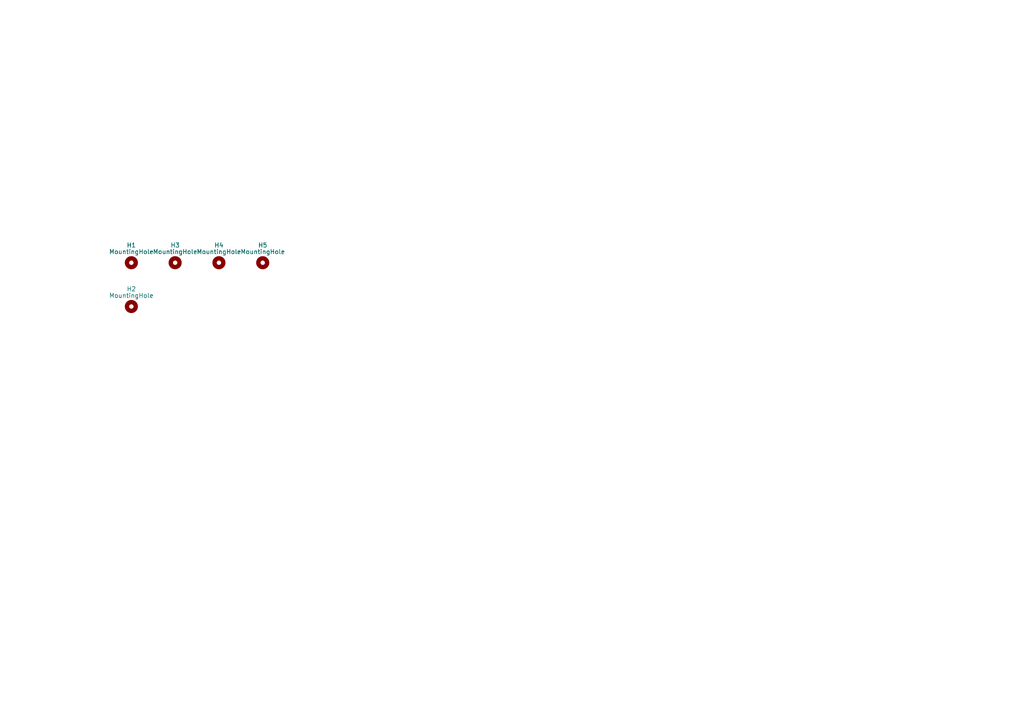
<source format=kicad_sch>
(kicad_sch (version 20230121) (generator eeschema)
  (paper "A4")
  (lib_symbols
    (symbol "Mechanical:MountingHole" (pin_names (offset 1.016))
      (property "Reference" "H" (at 0 5.08 0))
      (property "Value" "MountingHole" (at 0 3.175 0))
      (symbol "MountingHole_0_1"
        (circle (center 0 0) (radius 1.27) (stroke (width 1.27)))
      )
    )
  )
  (symbol (lib_id "Mechanical:MountingHole") (at 38.1 76.2 0) (unit 1)
    (property "Reference" "H1" (at 38.1 71.12 0))
    (property "Value" "MountingHole" (at 38.1 73.025 0))
    (property "Footprint" "quad_sipm:MountingHole_6.4_pad" (effects hide))
  )
  (symbol (lib_id "Mechanical:MountingHole") (at 50.8 76.2 0) (unit 1)
    (property "Reference" "H3" (at 50.8 71.12 0))
    (property "Value" "MountingHole" (at 50.8 73.025 0))
    (property "Footprint" "quad_sipm:MountingHole_6.4_pad" (effects hide))
  )
  (symbol (lib_id "Mechanical:MountingHole") (at 63.5 76.2 0) (unit 1)
    (property "Reference" "H4" (at 63.5 71.12 0))
    (property "Value" "MountingHole" (at 63.5 73.025 0))
    (property "Footprint" "quad_sipm:MountingHole_6.4_pad" (effects hide))
  )
  (symbol (lib_id "Mechanical:MountingHole") (at 76.2 76.2 0) (unit 1)
    (property "Reference" "H5" (at 76.2 71.12 0))
    (property "Value" "MountingHole" (at 76.2 73.025 0))
    (property "Footprint" "quad_sipm:MountingHole_6.4_pad" (effects hide))
  )
  (symbol (lib_id "Mechanical:MountingHole") (at 38.1 88.9 0) (unit 1)
    (property "Reference" "H2" (at 38.1 83.82 0))
    (property "Value" "MountingHole" (at 38.1 85.725 0))
    (property "Footprint" "quad_sipm:MountingHole_8.4mm_M8_Pad" (effects hide))
  )
)
</source>
